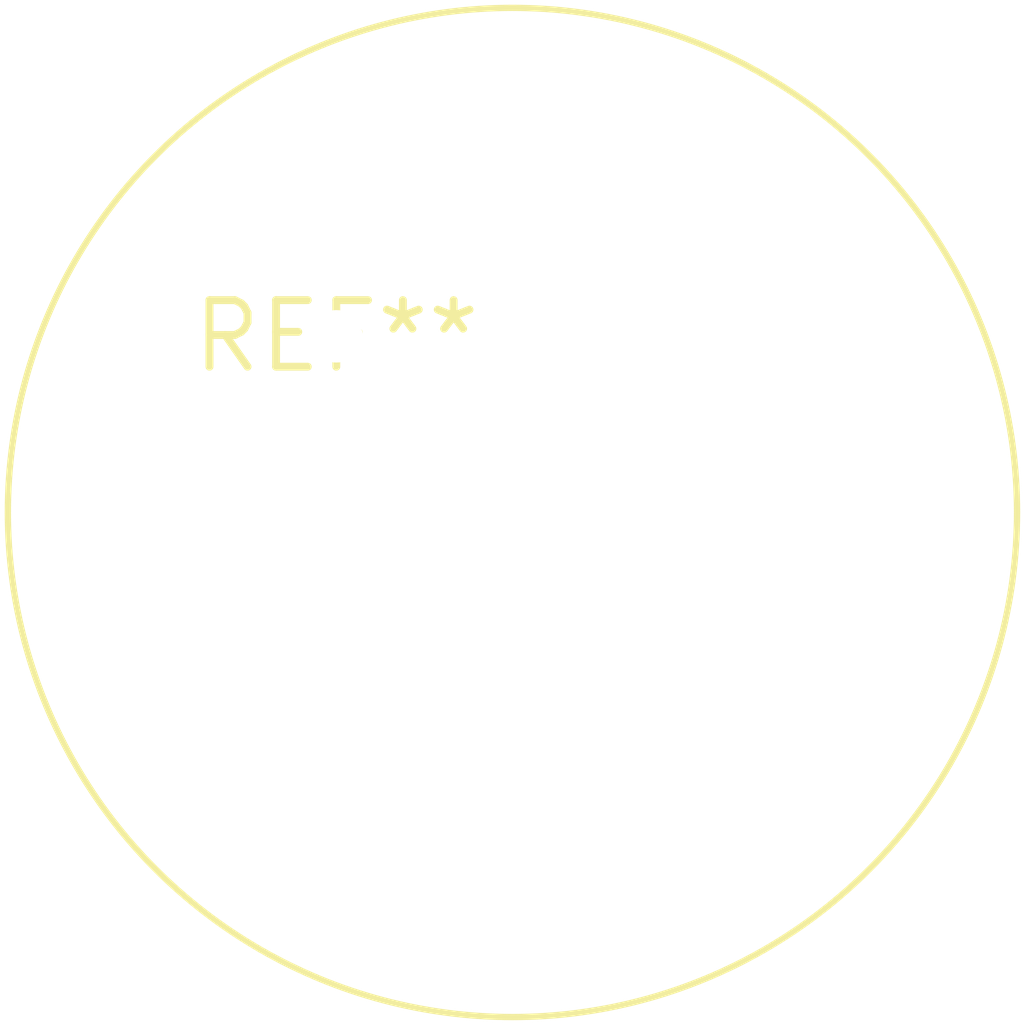
<source format=kicad_pcb>
(kicad_pcb (version 20240108) (generator pcbnew)
  (layers (0 "F.Cu" signal) (31 "B.Cu" signal) (34 "B.Paste" user) (35 "F.Paste" user) (36 "B.SilkS" user "B.Silkscreen") (37 "F.SilkS" user "F.Silkscreen") (38 "B.Mask" user) (39 "F.Mask" user) (44 "Edge.Cuts" user))
  (net 0 "")
  (footprint "MQ-6" (layer "F.Cu") (at 0 0)
    (property "Reference" "REF**")
    (property "Value" "MQ-6")
    (fp_circle (center 3.36 3.36) (end 12.985 3.36) (layer "F.SilkS") (stroke (width 0.12)) (fill none))
    (pad "1" thru_hole rect (at 0 0) (size 2 2) (drill 1) (layers *.Cu *.Mask) (remove_unused_layers))
    (pad "2" thru_hole circle (at -1.39 3.36) (size 2 2) (drill 1) (layers *.Cu *.Mask) (remove_unused_layers))
    (pad "3" thru_hole circle (at 0 6.72 90) (size 2 2) (drill 1) (layers *.Cu *.Mask) (remove_unused_layers))
    (pad "4" thru_hole circle (at 6.72 6.72 180) (size 2 2) (drill 1) (layers *.Cu *.Mask) (remove_unused_layers))
    (pad "5" thru_hole circle (at 8.11 3.36) (size 2 2) (drill 1) (layers *.Cu *.Mask) (remove_unused_layers))
    (pad "6" thru_hole circle (at 6.72 0 270) (size 2 2) (drill 1) (layers *.Cu *.Mask) (remove_unused_layers))
  )
)
</source>
